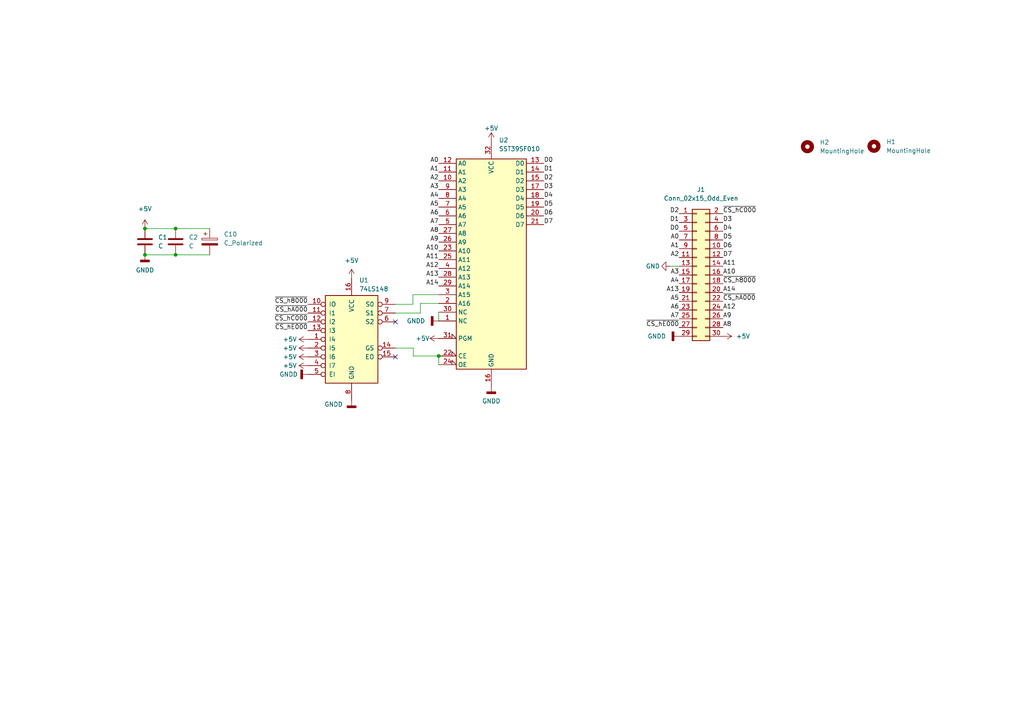
<source format=kicad_sch>
(kicad_sch (version 20230121) (generator eeschema)
  (paper "A4")
  (lib_symbols
    (symbol "74xx:74LS148" (pin_names (offset 1.016))
      (property "Reference" "U" (at -7.62 13.97 0))
      (property "Value" "74LS148" (at -7.62 -13.97 0))
      (symbol "74LS148_1_0"
        (pin input inverted (at -12.7 0 0) (length 5.08) (name "I4") (number "1"))
        (pin input inverted (at -12.7 10.16 0) (length 5.08) (name "IO") (number "10"))
        (pin input inverted (at -12.7 7.62 0) (length 5.08) (name "I1") (number "11"))
        (pin input inverted (at -12.7 5.08 0) (length 5.08) (name "I2") (number "12"))
        (pin input inverted (at -12.7 2.54 0) (length 5.08) (name "I3") (number "13"))
        (pin output inverted (at 12.7 -2.54 180) (length 5.08) (name "GS") (number "14"))
        (pin output inverted (at 12.7 -5.08 180) (length 5.08) (name "EO") (number "15"))
        (pin power_in line (at 0 17.78 270) (length 5.08) (name "VCC") (number "16"))
        (pin input inverted (at -12.7 -2.54 0) (length 5.08) (name "I5") (number "2"))
        (pin input inverted (at -12.7 -5.08 0) (length 5.08) (name "I6") (number "3"))
        (pin input inverted (at -12.7 -7.62 0) (length 5.08) (name "I7") (number "4"))
        (pin input inverted (at -12.7 -10.16 0) (length 5.08) (name "EI") (number "5"))
        (pin output inverted (at 12.7 5.08 180) (length 5.08) (name "S2") (number "6"))
        (pin output inverted (at 12.7 7.62 180) (length 5.08) (name "S1") (number "7"))
        (pin power_in line (at 0 -17.78 90) (length 5.08) (name "GND") (number "8"))
        (pin output inverted (at 12.7 10.16 180) (length 5.08) (name "S0") (number "9"))
      )
      (symbol "74LS148_1_1"
        (rectangle (start -7.62 12.7) (end 7.62 -12.7) (stroke (width 0.254)) (fill (type background)))
      )
    )
    (symbol "Connector_Generic:Conn_02x15_Odd_Even" (pin_names (offset 1.016) hide)
      (property "Reference" "J" (at 1.27 20.32 0))
      (property "Value" "Conn_02x15_Odd_Even" (at 1.27 -20.32 0))
      (symbol "Conn_02x15_Odd_Even_1_1"
        (rectangle (start -1.27 -17.653) (end 0 -17.907) (stroke (width 0.1524)))
        (rectangle (start -1.27 -15.113) (end 0 -15.367) (stroke (width 0.1524)))
        (rectangle (start -1.27 -12.573) (end 0 -12.827) (stroke (width 0.1524)))
        (rectangle (start -1.27 -10.033) (end 0 -10.287) (stroke (width 0.1524)))
        (rectangle (start -1.27 -7.493) (end 0 -7.747) (stroke (width 0.1524)))
        (rectangle (start -1.27 -4.953) (end 0 -5.207) (stroke (width 0.1524)))
        (rectangle (start -1.27 -2.413) (end 0 -2.667) (stroke (width 0.1524)))
        (rectangle (start -1.27 0.127) (end 0 -0.127) (stroke (width 0.1524)))
        (rectangle (start -1.27 2.667) (end 0 2.413) (stroke (width 0.1524)))
        (rectangle (start -1.27 5.207) (end 0 4.953) (stroke (width 0.1524)))
        (rectangle (start -1.27 7.747) (end 0 7.493) (stroke (width 0.1524)))
        (rectangle (start -1.27 10.287) (end 0 10.033) (stroke (width 0.1524)))
        (rectangle (start -1.27 12.827) (end 0 12.573) (stroke (width 0.1524)))
        (rectangle (start -1.27 15.367) (end 0 15.113) (stroke (width 0.1524)))
        (rectangle (start -1.27 17.907) (end 0 17.653) (stroke (width 0.1524)))
        (rectangle (start -1.27 19.05) (end 3.81 -19.05) (stroke (width 0.254)) (fill (type background)))
        (rectangle (start 3.81 -17.653) (end 2.54 -17.907) (stroke (width 0.1524)))
        (rectangle (start 3.81 -15.113) (end 2.54 -15.367) (stroke (width 0.1524)))
        (rectangle (start 3.81 -12.573) (end 2.54 -12.827) (stroke (width 0.1524)))
        (rectangle (start 3.81 -10.033) (end 2.54 -10.287) (stroke (width 0.1524)))
        (rectangle (start 3.81 -7.493) (end 2.54 -7.747) (stroke (width 0.1524)))
        (rectangle (start 3.81 -4.953) (end 2.54 -5.207) (stroke (width 0.1524)))
        (rectangle (start 3.81 -2.413) (end 2.54 -2.667) (stroke (width 0.1524)))
        (rectangle (start 3.81 0.127) (end 2.54 -0.127) (stroke (width 0.1524)))
        (rectangle (start 3.81 2.667) (end 2.54 2.413) (stroke (width 0.1524)))
        (rectangle (start 3.81 5.207) (end 2.54 4.953) (stroke (width 0.1524)))
        (rectangle (start 3.81 7.747) (end 2.54 7.493) (stroke (width 0.1524)))
        (rectangle (start 3.81 10.287) (end 2.54 10.033) (stroke (width 0.1524)))
        (rectangle (start 3.81 12.827) (end 2.54 12.573) (stroke (width 0.1524)))
        (rectangle (start 3.81 15.367) (end 2.54 15.113) (stroke (width 0.1524)))
        (rectangle (start 3.81 17.907) (end 2.54 17.653) (stroke (width 0.1524)))
        (pin passive line (at -5.08 17.78 0) (length 3.81) (name "Pin_1") (number "1"))
        (pin passive line (at 7.62 7.62 180) (length 3.81) (name "Pin_10") (number "10"))
        (pin passive line (at -5.08 5.08 0) (length 3.81) (name "Pin_11") (number "11"))
        (pin passive line (at 7.62 5.08 180) (length 3.81) (name "Pin_12") (number "12"))
        (pin passive line (at -5.08 2.54 0) (length 3.81) (name "Pin_13") (number "13"))
        (pin passive line (at 7.62 2.54 180) (length 3.81) (name "Pin_14") (number "14"))
        (pin passive line (at -5.08 0 0) (length 3.81) (name "Pin_15") (number "15"))
        (pin passive line (at 7.62 0 180) (length 3.81) (name "Pin_16") (number "16"))
        (pin passive line (at -5.08 -2.54 0) (length 3.81) (name "Pin_17") (number "17"))
        (pin passive line (at 7.62 -2.54 180) (length 3.81) (name "Pin_18") (number "18"))
        (pin passive line (at -5.08 -5.08 0) (length 3.81) (name "Pin_19") (number "19"))
        (pin passive line (at 7.62 17.78 180) (length 3.81) (name "Pin_2") (number "2"))
        (pin passive line (at 7.62 -5.08 180) (length 3.81) (name "Pin_20") (number "20"))
        (pin passive line (at -5.08 -7.62 0) (length 3.81) (name "Pin_21") (number "21"))
        (pin passive line (at 7.62 -7.62 180) (length 3.81) (name "Pin_22") (number "22"))
        (pin passive line (at -5.08 -10.16 0) (length 3.81) (name "Pin_23") (number "23"))
        (pin passive line (at 7.62 -10.16 180) (length 3.81) (name "Pin_24") (number "24"))
        (pin passive line (at -5.08 -12.7 0) (length 3.81) (name "Pin_25") (number "25"))
        (pin passive line (at 7.62 -12.7 180) (length 3.81) (name "Pin_26") (number "26"))
        (pin passive line (at -5.08 -15.24 0) (length 3.81) (name "Pin_27") (number "27"))
        (pin passive line (at 7.62 -15.24 180) (length 3.81) (name "Pin_28") (number "28"))
        (pin passive line (at -5.08 -17.78 0) (length 3.81) (name "Pin_29") (number "29"))
        (pin passive line (at -5.08 15.24 0) (length 3.81) (name "Pin_3") (number "3"))
        (pin passive line (at 7.62 -17.78 180) (length 3.81) (name "Pin_30") (number "30"))
        (pin passive line (at 7.62 15.24 180) (length 3.81) (name "Pin_4") (number "4"))
        (pin passive line (at -5.08 12.7 0) (length 3.81) (name "Pin_5") (number "5"))
        (pin passive line (at 7.62 12.7 180) (length 3.81) (name "Pin_6") (number "6"))
        (pin passive line (at -5.08 10.16 0) (length 3.81) (name "Pin_7") (number "7"))
        (pin passive line (at 7.62 10.16 180) (length 3.81) (name "Pin_8") (number "8"))
        (pin passive line (at -5.08 7.62 0) (length 3.81) (name "Pin_9") (number "9"))
      )
    )
    (symbol "Device:C" (pin_numbers hide) (pin_names (offset 0.254))
      (property "Reference" "C" (at 0.635 2.54 0))
      (property "Value" "C" (at 0.635 -2.54 0))
      (symbol "C_0_1"
        (polyline (pts (xy -2.032 -0.762) (xy 2.032 -0.762)) (stroke (width 0.508)))
        (polyline (pts (xy -2.032 0.762) (xy 2.032 0.762)) (stroke (width 0.508)))
      )
      (symbol "C_1_1"
        (pin passive line (at 0 3.81 270) (length 2.794) (name "~") (number "1"))
        (pin passive line (at 0 -3.81 90) (length 2.794) (name "~") (number "2"))
      )
    )
    (symbol "Device:C_Polarized" (pin_numbers hide) (pin_names (offset 0.254))
      (property "Reference" "C" (at 0.635 2.54 0))
      (property "Value" "C_Polarized" (at 0.635 -2.54 0))
      (symbol "C_Polarized_0_1"
        (rectangle (start -2.286 0.508) (end 2.286 1.016))
        (polyline (pts (xy -1.778 2.286) (xy -0.762 2.286)))
        (polyline (pts (xy -1.27 2.794) (xy -1.27 1.778)))
        (rectangle (start 2.286 -0.508) (end -2.286 -1.016) (fill (type outline)))
      )
      (symbol "C_Polarized_1_1"
        (pin passive line (at 0 3.81 270) (length 2.794) (name "~") (number "1"))
        (pin passive line (at 0 -3.81 90) (length 2.794) (name "~") (number "2"))
      )
    )
    (symbol "Mechanical:MountingHole" (pin_names (offset 1.016))
      (property "Reference" "H" (at 0 5.08 0))
      (property "Value" "MountingHole" (at 0 3.175 0))
      (symbol "MountingHole_0_1"
        (circle (center 0 0) (radius 1.27) (stroke (width 1.27)))
      )
    )
    (symbol "Memory_Flash:SST39SF010"
      (property "Reference" "U" (at 2.54 33.02 0))
      (property "Value" "SST39SF010" (at 0 -30.48 0))
      (symbol "SST39SF010_0_0"
        (pin power_in line (at 0 -34.29 90) (length 5.08) (name "GND") (number "16"))
        (pin power_in line (at 0 36.83 270) (length 5.08) (name "VCC") (number "32"))
      )
      (symbol "SST39SF010_0_1"
        (rectangle (start -10.16 31.75) (end 10.16 -29.21) (stroke (width 0.254)) (fill (type background)))
      )
      (symbol "SST39SF010_1_1"
        (pin input line (at -15.24 -15.24 0) (length 5.08) (name "NC") (number "1"))
        (pin input line (at -15.24 25.4 0) (length 5.08) (name "A2") (number "10"))
        (pin input line (at -15.24 27.94 0) (length 5.08) (name "A1") (number "11"))
        (pin input line (at -15.24 30.48 0) (length 5.08) (name "A0") (number "12"))
        (pin tri_state line (at 15.24 30.48 180) (length 5.08) (name "D0") (number "13"))
        (pin tri_state line (at 15.24 27.94 180) (length 5.08) (name "D1") (number "14"))
        (pin tri_state line (at 15.24 25.4 180) (length 5.08) (name "D2") (number "15"))
        (pin tri_state line (at 15.24 22.86 180) (length 5.08) (name "D3") (number "17"))
        (pin tri_state line (at 15.24 20.32 180) (length 5.08) (name "D4") (number "18"))
        (pin tri_state line (at 15.24 17.78 180) (length 5.08) (name "D5") (number "19"))
        (pin input line (at -15.24 -10.16 0) (length 5.08) (name "A16") (number "2"))
        (pin tri_state line (at 15.24 15.24 180) (length 5.08) (name "D6") (number "20"))
        (pin tri_state line (at 15.24 12.7 180) (length 5.08) (name "D7") (number "21"))
        (pin input input_low (at -15.24 -25.4 0) (length 5.08) (name "CE") (number "22"))
        (pin input line (at -15.24 5.08 0) (length 5.08) (name "A10") (number "23"))
        (pin input input_low (at -15.24 -27.94 0) (length 5.08) (name "OE") (number "24"))
        (pin input line (at -15.24 2.54 0) (length 5.08) (name "A11") (number "25"))
        (pin input line (at -15.24 7.62 0) (length 5.08) (name "A9") (number "26"))
        (pin input line (at -15.24 10.16 0) (length 5.08) (name "A8") (number "27"))
        (pin input line (at -15.24 -2.54 0) (length 5.08) (name "A13") (number "28"))
        (pin input line (at -15.24 -5.08 0) (length 5.08) (name "A14") (number "29"))
        (pin input line (at -15.24 -7.62 0) (length 5.08) (name "A15") (number "3"))
        (pin input line (at -15.24 -12.7 0) (length 5.08) (name "NC") (number "30"))
        (pin input input_low (at -15.24 -20.32 0) (length 5.08) (name "PGM") (number "31"))
        (pin input line (at -15.24 0 0) (length 5.08) (name "A12") (number "4"))
        (pin input line (at -15.24 12.7 0) (length 5.08) (name "A7") (number "5"))
        (pin input line (at -15.24 15.24 0) (length 5.08) (name "A6") (number "6"))
        (pin input line (at -15.24 17.78 0) (length 5.08) (name "A5") (number "7"))
        (pin input line (at -15.24 20.32 0) (length 5.08) (name "A4") (number "8"))
        (pin input line (at -15.24 22.86 0) (length 5.08) (name "A3") (number "9"))
      )
    )
    (symbol "power:+5V" (power) (pin_names (offset 0))
      (property "Value" "+5V" (at 0 3.556 0))
      (symbol "+5V_0_1"
        (polyline (pts (xy -0.762 1.27) (xy 0 2.54)))
        (polyline (pts (xy 0 0) (xy 0 2.54)))
        (polyline (pts (xy 0 2.54) (xy 0.762 1.27)))
      )
      (symbol "+5V_1_1"
        (pin power_in line (at 0 0 90) (length 0) hide (name "+5V") (number "1"))
      )
    )
    (symbol "power:GND" (power) (pin_names (offset 0))
      (property "Value" "GND" (at 0 -3.81 0))
      (symbol "GND_0_1"
        (polyline (pts (xy 0 0) (xy 0 -1.27) (xy 1.27 -1.27) (xy 0 -2.54) (xy -1.27 -1.27) (xy 0 -1.27)))
      )
      (symbol "GND_1_1"
        (pin power_in line (at 0 0 270) (length 0) hide (name "GND") (number "1"))
      )
    )
    (symbol "power:GNDD" (power) (pin_names (offset 0))
      (property "Value" "GNDD" (at 0 -3.175 0))
      (symbol "GNDD_0_1"
        (rectangle (start -1.27 -1.524) (end 1.27 -2.032) (stroke (width 0.254)) (fill (type outline)))
        (polyline (pts (xy 0 0) (xy 0 -1.524)))
      )
      (symbol "GNDD_1_1"
        (pin power_in line (at 0 0 270) (length 0) hide (name "GNDD") (number "1"))
      )
    )
  )
  (junction (at 42.037 66.294))
  (junction (at 50.927 66.294))
  (junction (at 127.254 103.251))
  (junction (at 50.927 73.914))
  (junction (at 42.037 73.914))
  (no_connect (at 114.681 103.505))
  (no_connect (at 114.681 93.345))
  (wire (pts (xy 50.927 73.914) (xy 60.833 73.914)))
  (wire (pts (xy 121.92 90.805) (xy 114.681 90.805)))
  (wire (pts (xy 50.927 66.294) (xy 60.833 66.294)))
  (wire (pts (xy 119.761 85.471) (xy 127.254 85.471)))
  (wire (pts (xy 127.254 103.251) (xy 127.254 105.791)))
  (wire (pts (xy 127.127 93.091) (xy 127.254 93.091)))
  (wire (pts (xy 119.761 88.265) (xy 119.761 85.471)))
  (wire (pts (xy 127.254 93.091) (xy 127.254 90.551)))
  (wire (pts (xy 114.681 88.265) (xy 119.761 88.265)))
  (wire (pts (xy 127.254 103.251) (xy 119.888 103.251)))
  (wire (pts (xy 119.888 100.965) (xy 114.681 100.965)))
  (wire (pts (xy 127.254 88.011) (xy 121.92 88.011)))
  (wire (pts (xy 121.92 88.011) (xy 121.92 90.805)))
  (wire (pts (xy 42.037 73.914) (xy 50.927 73.914)))
  (wire (pts (xy 42.037 66.294) (xy 50.927 66.294)))
  (wire (pts (xy 119.888 103.251) (xy 119.888 100.965)))
  (wire (pts (xy 194.437 77.216) (xy 196.977 77.216)))
  (label "D7" (at 209.677 74.676 0))
  (label "D3" (at 157.734 54.991 0))
  (label "~{CS_h8000}" (at 209.677 82.296 0))
  (label "A8" (at 209.677 94.996 0))
  (label "A9" (at 209.677 92.456 0))
  (label "~{CS_hA000}" (at 89.281 90.805 180))
  (label "~{CS_hC000}" (at 209.677 61.976 0))
  (label "A2" (at 127.254 52.451 180))
  (label "A10" (at 209.677 79.756 0))
  (label "A4" (at 127.254 57.531 180))
  (label "D7" (at 157.734 65.151 0))
  (label "A14" (at 209.677 84.836 0))
  (label "D2" (at 196.977 61.976 180))
  (label "A3" (at 196.977 79.756 180))
  (label "A2" (at 196.977 74.676 180))
  (label "A14" (at 127.254 82.931 180))
  (label "A5" (at 127.254 60.071 180))
  (label "A0" (at 127.254 47.371 180))
  (label "D5" (at 209.677 69.596 0))
  (label "D5" (at 157.734 60.071 0))
  (label "D6" (at 157.734 62.611 0))
  (label "A11" (at 127.254 75.311 180))
  (label "A12" (at 127.254 77.851 180))
  (label "A0" (at 196.977 69.596 180))
  (label "D1" (at 196.977 64.516 180))
  (label "D4" (at 157.734 57.531 0))
  (label "A6" (at 196.977 89.916 180))
  (label "A3" (at 127.254 54.991 180))
  (label "A7" (at 196.977 92.456 180))
  (label "D3" (at 209.677 64.516 0))
  (label "A13" (at 196.977 84.836 180))
  (label "~{CS_hA000}" (at 209.677 87.376 0))
  (label "A11" (at 209.677 77.216 0))
  (label "A8" (at 127.254 67.691 180))
  (label "D4" (at 209.677 67.056 0))
  (label "A10" (at 127.254 72.771 180))
  (label "A6" (at 127.254 62.611 180))
  (label "D6" (at 209.677 72.136 0))
  (label "D2" (at 157.734 52.451 0))
  (label "A9" (at 127.254 70.231 180))
  (label "A4" (at 196.977 82.296 180))
  (label "~{CS_hE000}" (at 89.281 95.885 180))
  (label "D0" (at 196.977 67.056 180))
  (label "~{CS_h8000}" (at 89.281 88.265 180))
  (label "~{CS_hE000}" (at 196.977 94.996 180))
  (label "A1" (at 196.977 72.136 180))
  (label "~{CS_hC000}" (at 89.281 93.345 180))
  (label "A7" (at 127.254 65.151 180))
  (label "A5" (at 196.977 87.376 180))
  (label "A1" (at 127.254 49.911 180))
  (label "D0" (at 157.734 47.371 0))
  (label "A13" (at 127.254 80.391 180))
  (label "A12" (at 209.677 89.916 0))
  (label "D1" (at 157.734 49.911 0))
  (symbol (lib_id "power:GNDD") (at 89.281 108.585 270) (mirror x) (unit 1)
    (property "Reference" "#PWR0123" (effects hide))
    (property "Value" "GNDD" (at 81.026 108.585 90) (effects (justify left)))
  )
  (symbol (lib_id "power:+5V") (at 142.494 41.021 0) (unit 1)
    (property "Reference" "#PWR0145" (effects hide))
    (property "Value" "+5V" (at 144.526 37.211 0) (effects (justify right)))
  )
  (symbol (lib_id "power:GNDD") (at 142.494 112.141 0) (unit 1)
    (property "Reference" "#PWR01" (effects hide))
    (property "Value" "GNDD" (at 142.494 116.332 0))
  )
  (symbol (lib_id "Device:C") (at 50.927 70.104 0) (unit 1)
    (property "Reference" "C2" (at 54.737 68.8339 0) (effects (justify left)))
    (property "Value" "C" (at 54.737 71.3739 0) (effects (justify left)))
    (property "Footprint" "Capacitor_THT:C_Disc_D5.0mm_W2.5mm_P5.00mm" (effects hide))
  )
  (symbol (lib_id "power:GNDD") (at 127.127 93.091 270) (unit 1)
    (property "Reference" "#PWR03" (effects hide))
    (property "Value" "GNDD" (at 123.317 93.0909 90) (effects (justify right)))
  )
  (symbol (lib_id "power:+5V") (at 127.254 98.171 90) (unit 1)
    (property "Reference" "#PWR02" (effects hide))
    (property "Value" "+5V" (at 120.523 98.171 90) (effects (justify right)))
  )
  (symbol (lib_id "Device:C_Polarized") (at 60.833 70.104 0) (unit 1)
    (property "Reference" "C10" (at 64.897 67.945 0) (effects (justify left)))
    (property "Value" "C_Polarized" (at 64.897 70.485 0) (effects (justify left)))
    (property "Footprint" "Capacitor_THT:CP_Radial_D5.0mm_P2.50mm" (effects hide))
  )
  (symbol (lib_id "Mechanical:MountingHole") (at 253.492 42.418 0) (unit 1)
    (property "Reference" "H1" (at 257.048 41.148 0) (effects (justify left)))
    (property "Value" "MountingHole" (at 257.048 43.688 0) (effects (justify left)))
    (property "Footprint" "MountingHole:MountingHole_3.2mm_M3_Pad" (effects hide))
  )
  (symbol (lib_id "power:+5V") (at 89.281 103.505 90) (unit 1)
    (property "Reference" "#PWR0124" (effects hide))
    (property "Value" "+5V" (at 86.106 103.5049 90) (effects (justify left)))
  )
  (symbol (lib_id "Device:C") (at 42.037 70.104 0) (unit 1)
    (property "Reference" "C1" (at 45.847 68.8339 0) (effects (justify left)))
    (property "Value" "C" (at 45.847 71.3739 0) (effects (justify left)))
    (property "Footprint" "Capacitor_THT:C_Disc_D5.0mm_W2.5mm_P5.00mm" (effects hide))
  )
  (symbol (lib_id "power:GNDD") (at 196.977 97.536 270) (unit 1)
    (property "Reference" "#PWR0139" (effects hide))
    (property "Value" "GNDD" (at 193.167 97.5359 90) (effects (justify right)))
  )
  (symbol (lib_id "Mechanical:MountingHole") (at 234.188 42.545 0) (unit 1)
    (property "Reference" "H2" (at 237.744 41.275 0) (effects (justify left)))
    (property "Value" "MountingHole" (at 237.744 43.815 0) (effects (justify left)))
    (property "Footprint" "MountingHole:MountingHole_3.2mm_M3_Pad" (effects hide))
  )
  (symbol (lib_id "power:+5V") (at 101.981 80.645 0) (unit 1)
    (property "Reference" "#PWR0120" (effects hide))
    (property "Value" "+5V" (at 101.981 75.565 0))
  )
  (symbol (lib_id "74xx:74LS148") (at 101.981 98.425 0) (unit 1)
    (property "Reference" "U1" (at 104.1751 81.28 0) (effects (justify left)))
    (property "Value" "74LS148" (at 104.1751 83.82 0) (effects (justify left)))
    (property "Footprint" "Package_DIP:DIP-16_W7.62mm" (effects hide))
    (property "Datasheet" "http://www.ti.com/lit/gpn/sn74LS148" (effects hide))
  )
  (symbol (lib_id "Connector_Generic:Conn_02x15_Odd_Even") (at 202.057 79.756 0) (unit 1)
    (property "Reference" "J1" (at 203.327 54.991 0))
    (property "Value" "Conn_02x15_Odd_Even" (at 203.327 57.531 0))
    (property "Footprint" "Connector_PCBEdge_EXT:Colecovision_Cartridge" (effects hide))
  )
  (symbol (lib_id "power:+5V") (at 209.677 97.536 270) (unit 1)
    (property "Reference" "#PWR0140" (effects hide))
    (property "Value" "+5V" (at 213.487 97.5359 90) (effects (justify left)))
  )
  (symbol (lib_id "power:+5V") (at 89.281 100.965 90) (unit 1)
    (property "Reference" "#PWR0125" (effects hide))
    (property "Value" "+5V" (at 86.106 100.9649 90) (effects (justify left)))
  )
  (symbol (lib_id "power:GNDD") (at 101.981 116.205 0) (mirror y) (unit 1)
    (property "Reference" "#PWR0107" (effects hide))
    (property "Value" "GNDD" (at 99.441 117.2844 0) (effects (justify left)))
  )
  (symbol (lib_id "Memory_Flash:SST39SF010") (at 142.494 77.851 0) (unit 1)
    (property "Reference" "U2" (at 144.6881 40.64 0) (effects (justify left)))
    (property "Value" "SST39SF010" (at 144.6881 43.18 0) (effects (justify left)))
    (property "Footprint" "Package_DIP:DIP-32_W15.24mm" (effects hide))
    (property "Datasheet" "http://ww1.microchip.com/downloads/en/DeviceDoc/25022B.pdf" (effects hide))
  )
  (symbol (lib_id "power:GND") (at 194.437 77.216 270) (mirror x) (unit 1)
    (property "Reference" "#PWR0138" (effects hide))
    (property "Value" "GND" (at 189.357 77.216 90))
  )
  (symbol (lib_id "power:+5V") (at 42.037 66.294 0) (unit 1)
    (property "Reference" "#PWR0129" (effects hide))
    (property "Value" "+5V" (at 42.037 60.579 0))
  )
  (symbol (lib_id "power:GNDD") (at 42.037 73.914 0) (unit 1)
    (property "Reference" "#PWR0130" (effects hide))
    (property "Value" "GNDD" (at 42.037 78.359 0))
  )
  (symbol (lib_id "power:+5V") (at 89.281 98.425 90) (unit 1)
    (property "Reference" "#PWR0126" (effects hide))
    (property "Value" "+5V" (at 86.106 98.4249 90) (effects (justify left)))
  )
  (symbol (lib_id "power:+5V") (at 89.281 106.045 90) (unit 1)
    (property "Reference" "#PWR0127" (effects hide))
    (property "Value" "+5V" (at 86.106 106.0449 90) (effects (justify left)))
  )
)
</source>
